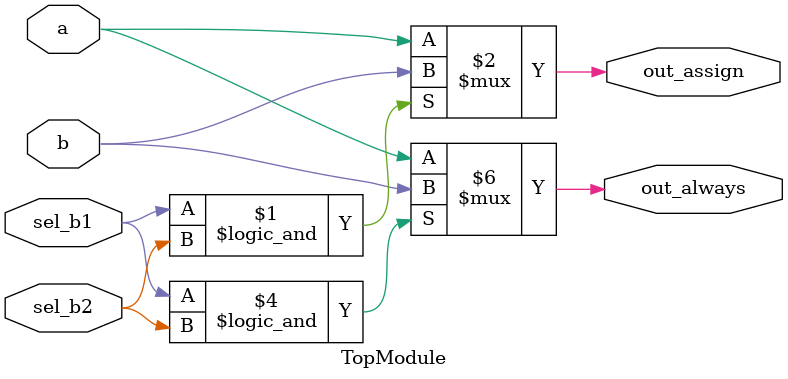
<source format=sv>
module TopModule
(
  input  logic a,
  input  logic b,
  input  logic sel_b1,
  input  logic sel_b2,
  output logic out_assign,
  output logic out_always
);

  // Combinational logic using assign

  assign out_assign = (sel_b1 && sel_b2) ? b : a;

  // Combinational logic using always

  always @(*) begin
    if (sel_b1 && sel_b2)
      out_always = b;
    else
      out_always = a;
  end

endmodule
</source>
